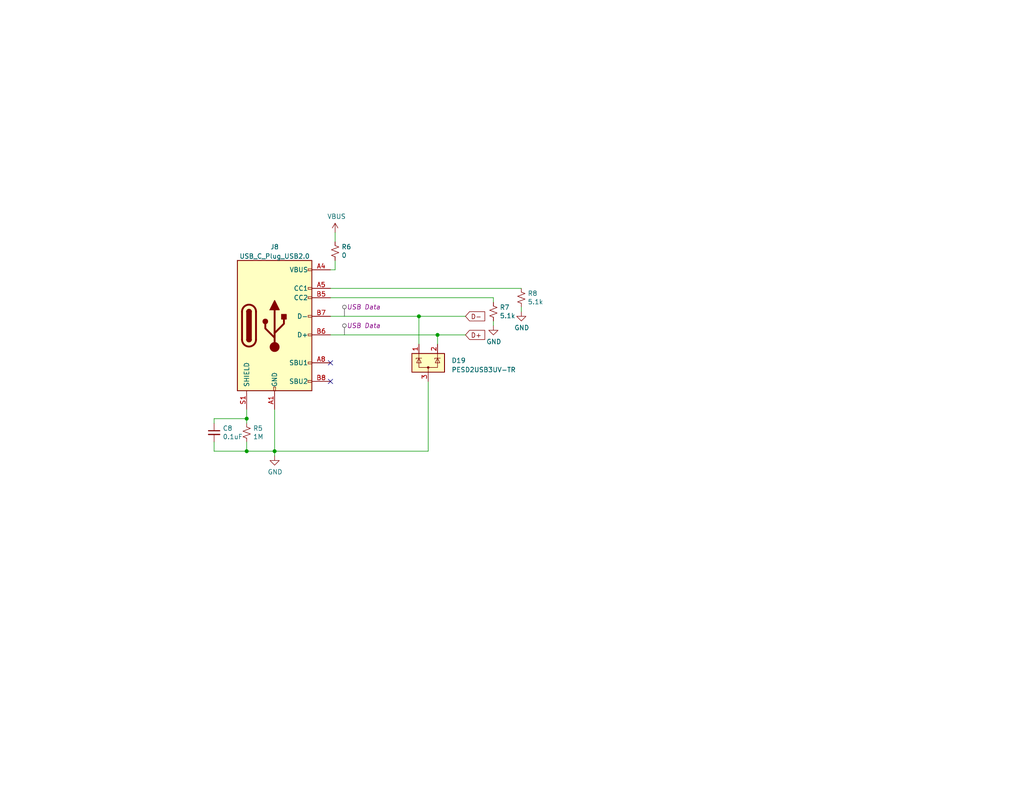
<source format=kicad_sch>
(kicad_sch (version 20231120) (generator "eeschema") (generator_version "8.0")
  (paper "USLetter")
  (title_block (title "RedTeamVillage") (date "2024-02-20") (rev "v1") (company "BadgePirates") (comment 1 "ESP32-S3 WROOM (WIFI/BTLE)") (comment 2 "USB to Serial Connector / MicroSD") (comment 3 "Lipo Charger / 14500 Battery x2 / Battery Guage") (comment 4 "4 Input Buttons  /Rotary Dials / SPI TFT"))
  (lib_symbols
    (symbol "BadgePirates:C_.1uf_0805" (pin_numbers hide) (pin_names (offset 0.254) hide)
      (property "Reference" "C_.1uf_0805" (at 2.3368 1.1684 0))
      (property "Value" "0.1uF" (at 2.3368 -1.143 0))
      (symbol "C_.1uf_0805_0_1"
        (polyline (pts (xy -1.524 -0.508) (xy 1.524 -0.508)) (stroke (width 0.3302)))
        (polyline (pts (xy -1.524 0.508) (xy 1.524 0.508)) (stroke (width 0.3048)))
      )
      (symbol "C_.1uf_0805_1_1"
        (pin passive line (at 0 2.54 270) (length 2.032) (name "~") (number "1"))
        (pin passive line (at 0 -2.54 90) (length 2.032) (name "~") (number "2"))
      )
    )
    (symbol "BadgePirates:R_5.1k_1206" (pin_numbers hide) (pin_names (offset 0.254) hide)
      (property "Reference" "R11" (at 1.7272 1.1684 0))
      (property "Value" "5.1k" (at 1.7272 -1.143 0))
      (symbol "R_5.1k_1206_1_1"
        (polyline (pts (xy 0 0) (xy 1.016 -0.381) (xy 0 -0.762) (xy -1.016 -1.143) (xy 0 -1.524)))
        (polyline (pts (xy 0 1.524) (xy 1.016 1.143) (xy 0 0.762) (xy -1.016 0.381) (xy 0 0)))
        (pin passive line (at 0 2.54 270) (length 1.016) (name "~") (number "1"))
        (pin passive line (at 0 -2.54 90) (length 1.016) (name "~") (number "2"))
      )
    )
    (symbol "BadgePiratesSymbolLibrary:PESD2USB3UV-TR" (pin_names hide)
      (property "Reference" "D" (at 5.715 2.54 0))
      (property "Value" "PESD2USB3UV-TR" (at 5.715 0.635 0))
      (symbol "PESD2USB3UV-TR_0_0"
        (pin passive line (at 0 -5.08 90) (length 2.54) (name "A") (number "3"))
      )
      (symbol "PESD2USB3UV-TR_0_1"
        (rectangle (start -4.445 2.54) (end 4.445 -2.54) (stroke (width 0.254)) (fill (type background)))
        (circle (center 0 -1.27) (radius 0.254) (fill (type outline)))
        (polyline (pts (xy -2.54 2.54) (xy -2.54 1.27)))
        (polyline (pts (xy 0 -1.27) (xy 0 -2.54)))
        (polyline (pts (xy 2.54 2.54) (xy 2.54 1.27)))
        (polyline (pts (xy -3.302 1.016) (xy -3.302 1.27) (xy -1.905 1.27) (xy -1.778 1.27)))
        (polyline (pts (xy -2.54 1.27) (xy -2.54 -1.27) (xy 2.54 -1.27) (xy 2.54 1.27)))
        (polyline (pts (xy -2.54 1.27) (xy -1.905 0) (xy -3.175 0) (xy -2.54 1.27)))
        (polyline (pts (xy 1.778 1.016) (xy 1.778 1.27) (xy 3.175 1.27) (xy 3.302 1.27)))
        (polyline (pts (xy 2.54 1.27) (xy 1.905 0) (xy 3.175 0) (xy 2.54 1.27)))
      )
      (symbol "PESD2USB3UV-TR_1_1"
        (pin passive line (at -2.54 5.08 270) (length 2.54) (name "K") (number "1"))
        (pin passive line (at 2.54 5.08 270) (length 2.54) (name "K") (number "2"))
      )
    )
    (symbol "BadgePiratesSymbolLibrary:USB_C_Plug_USB2.0" (pin_names (offset 1.016))
      (property "Reference" "J1" (at -10.16 20.32 0))
      (property "Value" "USB_C_Plug_USB2.0" (at 2.54 -20.32 0))
      (symbol "USB_C_Plug_USB2.0_0_0"
        (rectangle (start -0.254 -17.78) (end 0.254 -16.764))
        (rectangle (start 10.1232 -14.9825) (end 9.1072 -15.4905))
        (rectangle (start 10.1599 -9.9392) (end 9.1439 -10.4472))
        (rectangle (start 10.16 -2.286) (end 9.144 -2.794))
        (rectangle (start 10.16 2.794) (end 9.144 2.286))
        (rectangle (start 10.16 7.874) (end 9.144 7.366))
        (rectangle (start 10.16 10.414) (end 9.144 9.906))
        (rectangle (start 10.16 15.494) (end 9.144 14.986))
        (pin bidirectional line (at 15.24 -10.16 180) (length 5.08) (name "SBU1") (number "A8"))
        (pin bidirectional line (at 15.24 -2.54 180) (length 5.08) (name "D+") (number "B6"))
        (pin bidirectional line (at 15.24 2.54 180) (length 5.08) (name "D-") (number "B7"))
        (pin bidirectional line (at 15.24 -15.24 180) (length 5.08) (name "SBU2") (number "B8"))
      )
      (symbol "USB_C_Plug_USB2.0_0_1"
        (rectangle (start -10.16 17.78) (end 10.16 -17.78) (stroke (width 0.254)) (fill (type background)))
        (arc (start -8.89 -3.81) (mid -6.985 -5.7067) (end -5.08 -3.81) (stroke (width 0.508)))
        (arc (start -7.62 -3.81) (mid -6.985 -4.4423) (end -6.35 -3.81) (stroke (width 0.254)))
        (arc (start -7.62 -3.81) (mid -6.985 -4.4423) (end -6.35 -3.81) (stroke (width 0.254)) (fill (type outline)))
        (rectangle (start -7.62 -3.81) (end -6.35 3.81) (stroke (width 0.254)) (fill (type outline)))
        (arc (start -6.35 3.81) (mid -6.985 4.4423) (end -7.62 3.81) (stroke (width 0.254)))
        (arc (start -6.35 3.81) (mid -6.985 4.4423) (end -7.62 3.81) (stroke (width 0.254)) (fill (type outline)))
        (arc (start -5.08 3.81) (mid -6.985 5.7067) (end -8.89 3.81) (stroke (width 0.508)))
        (circle (center -2.54 1.143) (radius 0.635) (stroke (width 0.254)) (fill (type outline)))
        (circle (center 0 -5.842) (radius 1.27) (fill (type outline)))
        (polyline (pts (xy -8.89 -3.81) (xy -8.89 3.81)) (stroke (width 0.508)))
        (polyline (pts (xy -5.08 3.81) (xy -5.08 -3.81)) (stroke (width 0.508)))
        (polyline (pts (xy 0 -5.842) (xy 0 4.318)) (stroke (width 0.508)))
        (polyline (pts (xy 0 -3.302) (xy -2.54 -0.762) (xy -2.54 0.508)) (stroke (width 0.508)))
        (polyline (pts (xy 0 -2.032) (xy 2.54 0.508) (xy 2.54 1.778)) (stroke (width 0.508)))
        (polyline (pts (xy -1.27 4.318) (xy 0 6.858) (xy 1.27 4.318) (xy -1.27 4.318)) (stroke (width 0.254)) (fill (type outline)))
        (rectangle (start 1.905 1.778) (end 3.175 3.048) (stroke (width 0.254)) (fill (type outline)))
      )
      (symbol "USB_C_Plug_USB2.0_1_1"
        (pin passive line (at 0 -22.86 90) (length 5.08) (name "GND") (number "A1"))
        (pin passive line (at 0 -22.86 90) (length 5.08) hide (name "GND") (number "A12"))
        (pin passive line (at 15.24 15.24 180) (length 5.08) (name "VBUS") (number "A4"))
        (pin passive line (at 15.24 10.16 180) (length 5.08) (name "CC1") (number "A5"))
        (pin bidirectional line (at 15.24 -2.54 180) (length 5.08) hide (name "D+") (number "A6"))
        (pin bidirectional line (at 15.24 2.54 180) (length 5.08) hide (name "D-") (number "A7"))
        (pin passive line (at 15.24 15.24 180) (length 5.08) hide (name "VBUS") (number "A9"))
        (pin passive line (at 0 -22.86 90) (length 5.08) hide (name "GND") (number "B1"))
        (pin passive line (at 0 -22.86 90) (length 5.08) hide (name "GND") (number "B12"))
        (pin passive line (at 15.24 15.24 180) (length 5.08) hide (name "VBUS") (number "B4"))
        (pin passive line (at 15.24 7.62 180) (length 5.08) (name "CC2") (number "B5"))
        (pin passive line (at 15.24 15.24 180) (length 5.08) hide (name "VBUS") (number "B9"))
        (pin passive line (at -7.62 -22.86 90) (length 5.08) (name "SHIELD") (number "S1"))
      )
    )
    (symbol "Device:R_Small_US" (pin_numbers hide) (pin_names (offset 0.254) hide)
      (property "Reference" "R" (at 0.762 0.508 0))
      (property "Value" "R_Small_US" (at 0.762 -1.016 0))
      (symbol "R_Small_US_1_1"
        (polyline (pts (xy 0 0) (xy 1.016 -0.381) (xy 0 -0.762) (xy -1.016 -1.143) (xy 0 -1.524)))
        (polyline (pts (xy 0 1.524) (xy 1.016 1.143) (xy 0 0.762) (xy -1.016 0.381) (xy 0 0)))
        (pin passive line (at 0 2.54 270) (length 1.016) (name "~") (number "1"))
        (pin passive line (at 0 -2.54 90) (length 1.016) (name "~") (number "2"))
      )
    )
    (symbol "power:GND" (power) (pin_names (offset 0))
      (property "Value" "GND" (at 0 -3.81 0))
      (symbol "GND_0_1"
        (polyline (pts (xy 0 0) (xy 0 -1.27) (xy 1.27 -1.27) (xy 0 -2.54) (xy -1.27 -1.27) (xy 0 -1.27)))
      )
      (symbol "GND_1_1"
        (pin power_in line (at 0 0 270) (length 0) hide (name "GND") (number "1"))
      )
    )
    (symbol "power:VBUS" (power) (pin_names (offset 0))
      (property "Value" "VBUS" (at 0 3.81 0))
      (symbol "VBUS_0_1"
        (polyline (pts (xy -0.762 1.27) (xy 0 2.54)))
        (polyline (pts (xy 0 0) (xy 0 2.54)))
        (polyline (pts (xy 0 2.54) (xy 0.762 1.27)))
      )
      (symbol "VBUS_1_1"
        (pin power_in line (at 0 0 90) (length 0) hide (name "VBUS") (number "1"))
      )
    )
  )
  (junction (at 119.38 91.44))
  (junction (at 74.93 123.19))
  (junction (at 114.3 86.36))
  (junction (at 67.31 114.3))
  (junction (at 67.31 123.19))
  (no_connect (at 90.17 104.14))
  (no_connect (at 90.17 99.06))
  (wire (pts (xy 91.44 71.12) (xy 91.44 73.66)))
  (wire (pts (xy 58.42 120.65) (xy 58.42 123.19)))
  (wire (pts (xy 90.17 91.44) (xy 119.38 91.44)))
  (wire (pts (xy 90.17 86.36) (xy 114.3 86.36)))
  (wire (pts (xy 91.44 63.5) (xy 91.44 66.04)))
  (wire (pts (xy 90.17 81.28) (xy 134.62 81.28)))
  (wire (pts (xy 67.31 123.19) (xy 74.93 123.19)))
  (wire (pts (xy 134.62 87.63) (xy 134.62 88.9)))
  (wire (pts (xy 58.42 114.3) (xy 67.31 114.3)))
  (wire (pts (xy 67.31 120.65) (xy 67.31 123.19)))
  (wire (pts (xy 74.93 123.19) (xy 116.84 123.19)))
  (wire (pts (xy 119.38 91.44) (xy 119.38 93.98)))
  (wire (pts (xy 119.38 91.44) (xy 127 91.44)))
  (wire (pts (xy 58.42 123.19) (xy 67.31 123.19)))
  (wire (pts (xy 67.31 111.76) (xy 67.31 114.3)))
  (wire (pts (xy 116.84 104.14) (xy 116.84 123.19)))
  (wire (pts (xy 58.42 115.57) (xy 58.42 114.3)))
  (wire (pts (xy 74.93 123.19) (xy 74.93 111.76)))
  (wire (pts (xy 142.24 83.82) (xy 142.24 85.09)))
  (wire (pts (xy 74.93 123.19) (xy 74.93 124.46)))
  (wire (pts (xy 134.62 81.28) (xy 134.62 82.55)))
  (wire (pts (xy 67.31 114.3) (xy 67.31 115.57)))
  (wire (pts (xy 90.17 73.66) (xy 91.44 73.66)))
  (wire (pts (xy 114.3 86.36) (xy 127 86.36)))
  (wire (pts (xy 90.17 78.74) (xy 142.24 78.74)))
  (wire (pts (xy 114.3 93.98) (xy 114.3 86.36)))
  (global_label "D-" (shape input) (at 127 86.36 0) (property "Intersheetrefs" "${INTERSHEET_REFS}" (effects (hide yes))))
  (global_label "D+" (shape input) (at 127 91.44 0) (property "Intersheetrefs" "${INTERSHEET_REFS}" (effects (hide yes))))
  (netclass_flag "" (length 2.54) (shape round) (at 93.98 86.36 0) (property "Netclass" "USB Data" (at 94.5896 83.82 0) (effects (font (italic yes)) (justify left))))
  (netclass_flag "" (length 2.54) (shape round) (at 93.98 91.44 0) (property "Netclass" "USB Data" (at 94.5896 88.9 0) (effects (font (italic yes)) (justify left))))
  (symbol (lib_id "power:VBUS") (at 91.44 63.5 0) (unit 1)
    (property "Reference" "#PWR042" (effects (hide yes)))
    (property "Value" "VBUS" (at 91.821 59.1058 0))
  )
  (symbol (lib_id "Device:R_Small_US") (at 67.31 118.11 0) (unit 1)
    (property "Reference" "R5" (at 69.0372 116.9416 0) (effects (justify left)))
    (property "Value" "1M" (at 69.0372 119.253 0) (effects (justify left)))
    (property "Footprint" "BadgePirates:R_1206_3216Metric" (effects (hide yes)))
    (property "Datasheet" "https://datasheet.lcsc.com/lcsc/2304140030_YAGEO-RC1206FR-071ML_C108083.pdf" (effects (hide yes)))
    (property "MFG" "YAGEO" (effects (hide yes)))
    (property "MFG_PN" "RC1206FR-071ML" (effects (hide yes)))
    (property "Vendor1" "LCSC" (effects (hide yes)))
    (property "Vendor1_PN" "C108083" (effects (hide yes)))
    (property "Vendor1_URL" "https://www.lcsc.com/product-detail/Chip-Resistor-Surface-Mount_YAGEO-RC1206FR-071ML_C108083.html" (effects (hide yes)))
  )
  (symbol (lib_id "Device:R_Small_US") (at 134.62 85.09 0) (unit 1)
    (property "Reference" "R7" (at 136.3472 83.9216 0) (effects (justify left)))
    (property "Value" "5.1k" (at 136.3472 86.233 0) (effects (justify left)))
    (property "Footprint" "BadgePirates:R_1206_3216Metric" (effects (hide yes)))
    (property "Datasheet" "https://datasheet.lcsc.com/lcsc/2304140030_YAGEO-RC1206FR-075K1L_C163372.pdf" (effects (hide yes)))
    (property "MFG" "YEGEO" (effects (hide yes)))
    (property "MFG_PN" "RC1206FR-075K1L" (effects (hide yes)))
    (property "Vendor1" "LCSC" (effects (hide yes)))
    (property "Vendor1_PN" "C163372" (effects (hide yes)))
    (property "Vendor1_URL" "https://www.lcsc.com/product-detail/Chip-Resistor-Surface-Mount_YAGEO-RC1206FR-075K1L_C163372.html" (effects (hide yes)))
  )
  (symbol (lib_id "BadgePirates:R_5.1k_1206") (at 142.24 81.28 0) (unit 1)
    (property "Reference" "R8" (at 143.9672 80.1116 0) (effects (justify left)))
    (property "Value" "5.1k" (at 143.9672 82.423 0) (effects (justify left)))
    (property "Footprint" "BadgePirates:R_1206_3216Metric" (effects (hide yes)))
    (property "Datasheet" "https://datasheet.lcsc.com/lcsc/2304140030_YAGEO-RC1206FR-075K1L_C163372.pdf" (effects (hide yes)))
    (property "MFG" "YEGEO" (effects (hide yes)))
    (property "MFG_PN" "RC1206FR-075K1L" (effects (hide yes)))
    (property "Vendor1" "LCSC" (effects (hide yes)))
    (property "Vendor1_PN" "C163372" (effects (hide yes)))
    (property "Vendor1_URL" "https://www.lcsc.com/product-detail/Chip-Resistor-Surface-Mount_YAGEO-RC1206FR-075K1L_C163372.html" (effects (hide yes)))
  )
  (symbol (lib_id "Device:R_Small_US") (at 91.44 68.58 0) (unit 1)
    (property "Reference" "R6" (at 93.1672 67.4116 0) (effects (justify left)))
    (property "Value" "0" (at 93.1672 69.723 0) (effects (justify left)))
    (property "Footprint" "BadgePirates:R_1206_3216Metric" (effects (hide yes)))
    (property "Datasheet" "https://datasheet.lcsc.com/lcsc/2206010200_UNI-ROYAL-Uniroyal-Elec-1206W4F0000T5E_C17888.pdf" (effects (hide yes)))
    (property "MFG" "UNI-ROYAL(Uniroyal Elec) " (effects (hide yes)))
    (property "MFG_PN" "1206W4F0000T5E" (effects (hide yes)))
    (property "Vendor1" "LCSC" (effects (hide yes)))
    (property "Vendor1_PN" "C17888" (effects (hide yes)))
    (property "Vendor1_URL" "https://www.lcsc.com/product-detail/Chip-Resistor-Surface-Mount_UNI-ROYAL-Uniroyal-Elec-1206W4F0000T5E_C17888.html" (effects (hide yes)))
  )
  (symbol (lib_id "BadgePirates:C_.1uf_0805") (at 58.42 118.11 0) (unit 1)
    (property "Reference" "C8" (at 60.7568 116.9416 0) (effects (justify left)))
    (property "Value" "0.1uF" (at 60.7568 119.253 0) (effects (justify left)))
    (property "Footprint" "BadgePirates:C_0805_2012Metric" (effects (hide yes)))
    (property "Datasheet" "https://datasheet.lcsc.com/lcsc/2304140030_TORCH-CT41G-0805-2X1-50V-0-1-F-K-N_C126469.pdf" (effects (hide yes)))
    (property "MFG" "TORCH " (effects (hide yes)))
    (property "MFG_PN" "CT41G-0805-2X1-50V-0.1μF-K(N)" (effects (hide yes)))
    (property "Vendor1" "LCSC" (effects (hide yes)))
    (property "Vendor1_PN" "C126469" (effects (hide yes)))
    (property "Vendor1_URL" "https://www.lcsc.com/product-detail/Multilayer-Ceramic-Capacitors-MLCC-SMD-SMT_TORCH-CT41G-0805-2X1-50V-0-1-F-K-N_C126469.html" (effects (hide yes)))
  )
  (symbol (lib_id "power:GND") (at 74.93 124.46 0) (unit 1)
    (property "Reference" "#PWR041" (effects (hide yes)))
    (property "Value" "GND" (at 75.057 128.8542 0))
  )
  (symbol (lib_id "power:GND") (at 142.24 85.09 0) (unit 1)
    (property "Reference" "#PWR044" (effects (hide yes)))
    (property "Value" "GND" (at 142.367 89.4842 0))
  )
  (symbol (lib_id "BadgePiratesSymbolLibrary:PESD2USB3UV-TR") (at 116.84 99.06 0) (unit 1)
    (property "Reference" "D19" (at 123.19 98.425 0) (effects (justify left)))
    (property "Value" "PESD2USB3UV-TR" (at 123.19 100.965 0) (effects (justify left)))
    (property "Footprint" "BadgePirates:SOT-23" (effects (hide yes)))
    (property "Datasheet" "https://assets.nexperia.com/documents/data-sheet/PESD2USB3UV-T.pdf" (effects (hide yes)))
    (property "MFG" "TECH PUBLIC" (effects (hide yes)))
    (property "MFG_PN" "PESD2USB3UV-TR" (effects (hide yes)))
    (property "Vendor1" "LCSC" (effects (hide yes)))
    (property "Vendor1_PN" "C7202955" (effects (hide yes)))
    (property "Vendor1_URL" "https://www.lcsc.com/product-detail/span-style-background-color-ff0-ESD-span-Protection-Devices_TECH-PUBLIC-PESD2USB3UV-TR_C7202955.html" (effects (hide yes)))
  )
  (symbol (lib_id "BadgePiratesSymbolLibrary:USB_C_Plug_USB2.0") (at 74.93 88.9 0) (unit 1)
    (property "Reference" "J8" (at 74.93 67.4202 0))
    (property "Value" "USB_C_Plug_USB2.0" (at 74.93 69.9571 0))
    (property "Footprint" "BadgePirates:USB_C_Receptical-Jing" (effects (hide yes)))
    (property "Datasheet" "https://www.usb.org/sites/default/files/documents/usb_type-c.zip" (effects (hide yes)))
    (property "MFG" "Jing Extension of the Electronic Co." (effects (hide yes)))
    (property "MFG_PN" "918-418K2023S40019" (effects (hide yes)))
    (property "Vendor1" "LCSC" (effects (hide yes)))
    (property "Vendor1_PN" "C709035" (effects (hide yes)))
    (property "Vendor1_URL" "https://www.lcsc.com/product-detail/USB-Connectors_Jing-Extension-of-the-Electronic-Co-918-418K2023S40019_C709035.html" (effects (hide yes)))
  )
  (symbol (lib_id "power:GND") (at 134.62 88.9 0) (unit 1)
    (property "Reference" "#PWR043" (effects (hide yes)))
    (property "Value" "GND" (at 134.747 93.2942 0))
  )
)
</source>
